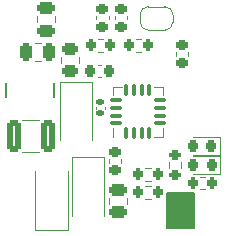
<source format=gto>
%TF.GenerationSoftware,KiCad,Pcbnew,(6.0.0)*%
%TF.CreationDate,2022-08-29T11:13:11+02:00*%
%TF.ProjectId,LiIon_Charger,4c69496f-6e5f-4436-9861-726765722e6b,rev?*%
%TF.SameCoordinates,Original*%
%TF.FileFunction,Legend,Top*%
%TF.FilePolarity,Positive*%
%FSLAX46Y46*%
G04 Gerber Fmt 4.6, Leading zero omitted, Abs format (unit mm)*
G04 Created by KiCad (PCBNEW (6.0.0)) date 2022-08-29 11:13:11*
%MOMM*%
%LPD*%
G01*
G04 APERTURE LIST*
G04 Aperture macros list*
%AMRoundRect*
0 Rectangle with rounded corners*
0 $1 Rounding radius*
0 $2 $3 $4 $5 $6 $7 $8 $9 X,Y pos of 4 corners*
0 Add a 4 corners polygon primitive as box body*
4,1,4,$2,$3,$4,$5,$6,$7,$8,$9,$2,$3,0*
0 Add four circle primitives for the rounded corners*
1,1,$1+$1,$2,$3*
1,1,$1+$1,$4,$5*
1,1,$1+$1,$6,$7*
1,1,$1+$1,$8,$9*
0 Add four rect primitives between the rounded corners*
20,1,$1+$1,$2,$3,$4,$5,0*
20,1,$1+$1,$4,$5,$6,$7,0*
20,1,$1+$1,$6,$7,$8,$9,0*
20,1,$1+$1,$8,$9,$2,$3,0*%
%AMFreePoly0*
4,1,5,2.500000,-1.250000,-2.500000,-1.250000,-2.500000,1.250000,2.500000,1.250000,2.500000,-1.250000,2.500000,-1.250000,$1*%
%AMFreePoly1*
4,1,22,0.500000,-0.750000,0.000000,-0.750000,0.000000,-0.745033,-0.079941,-0.743568,-0.215256,-0.701293,-0.333266,-0.622738,-0.424486,-0.514219,-0.481581,-0.384460,-0.499164,-0.250000,-0.500000,-0.250000,-0.500000,0.250000,-0.499164,0.250000,-0.499963,0.256109,-0.478152,0.396186,-0.417904,0.524511,-0.324060,0.630769,-0.204165,0.706417,-0.067858,0.745374,0.000000,0.744959,0.000000,0.750000,
0.500000,0.750000,0.500000,-0.750000,0.500000,-0.750000,$1*%
%AMFreePoly2*
4,1,20,0.000000,0.744959,0.073905,0.744508,0.209726,0.703889,0.328688,0.626782,0.421226,0.519385,0.479903,0.390333,0.500000,0.250000,0.500000,-0.250000,0.499851,-0.262216,0.476331,-0.402017,0.414519,-0.529596,0.319384,-0.634700,0.198574,-0.708877,0.061801,-0.746166,0.000000,-0.745033,0.000000,-0.750000,-0.500000,-0.750000,-0.500000,0.750000,0.000000,0.750000,0.000000,0.744959,
0.000000,0.744959,$1*%
G04 Aperture macros list end*
%ADD10C,0.200000*%
%ADD11C,0.120000*%
%ADD12C,0.150000*%
%ADD13FreePoly0,90.000000*%
%ADD14R,2.100000X1.400000*%
%ADD15FreePoly0,0.000000*%
%ADD16RoundRect,0.140000X0.170000X-0.140000X0.170000X0.140000X-0.170000X0.140000X-0.170000X-0.140000X0*%
%ADD17RoundRect,0.250000X0.250000X0.475000X-0.250000X0.475000X-0.250000X-0.475000X0.250000X-0.475000X0*%
%ADD18RoundRect,0.200000X-0.200000X-0.275000X0.200000X-0.275000X0.200000X0.275000X-0.200000X0.275000X0*%
%ADD19RoundRect,0.225000X-0.225000X-0.250000X0.225000X-0.250000X0.225000X0.250000X-0.225000X0.250000X0*%
%ADD20RoundRect,0.218750X0.218750X0.256250X-0.218750X0.256250X-0.218750X-0.256250X0.218750X-0.256250X0*%
%ADD21RoundRect,0.250000X-0.475000X0.250000X-0.475000X-0.250000X0.475000X-0.250000X0.475000X0.250000X0*%
%ADD22R,4.200000X1.400000*%
%ADD23RoundRect,0.250000X-0.450000X0.262500X-0.450000X-0.262500X0.450000X-0.262500X0.450000X0.262500X0*%
%ADD24RoundRect,0.225000X0.250000X-0.225000X0.250000X0.225000X-0.250000X0.225000X-0.250000X-0.225000X0*%
%ADD25RoundRect,0.200000X0.200000X0.275000X-0.200000X0.275000X-0.200000X-0.275000X0.200000X-0.275000X0*%
%ADD26RoundRect,0.225000X-0.250000X0.225000X-0.250000X-0.225000X0.250000X-0.225000X0.250000X0.225000X0*%
%ADD27FreePoly1,180.000000*%
%ADD28FreePoly2,180.000000*%
%ADD29RoundRect,0.075000X0.075000X-0.462500X0.075000X0.462500X-0.075000X0.462500X-0.075000X-0.462500X0*%
%ADD30RoundRect,0.075000X0.462500X-0.075000X0.462500X0.075000X-0.462500X0.075000X-0.462500X-0.075000X0*%
%ADD31R,2.150000X2.150000*%
%ADD32RoundRect,0.200000X0.275000X-0.200000X0.275000X0.200000X-0.275000X0.200000X-0.275000X-0.200000X0*%
%ADD33RoundRect,0.250000X0.475000X-0.250000X0.475000X0.250000X-0.475000X0.250000X-0.475000X-0.250000X0*%
%ADD34FreePoly0,180.000000*%
%ADD35RoundRect,0.250000X-0.312500X-1.075000X0.312500X-1.075000X0.312500X1.075000X-0.312500X1.075000X0*%
G04 APERTURE END LIST*
D10*
X138410000Y-87450000D02*
X140680000Y-87450000D01*
X140680000Y-87450000D02*
X140680000Y-90470000D01*
X140680000Y-90470000D02*
X138410000Y-90470000D01*
X138410000Y-90470000D02*
X138410000Y-87450000D01*
G36*
X138410000Y-87450000D02*
G01*
X140680000Y-87450000D01*
X140680000Y-90470000D01*
X138410000Y-90470000D01*
X138410000Y-87450000D01*
G37*
D11*
%TO.C,D4*%
X130364400Y-84423000D02*
X130364400Y-89403000D01*
X133084400Y-84423000D02*
X133084400Y-89403000D01*
X133084400Y-84423000D02*
X130364400Y-84423000D01*
%TO.C,C5*%
X132431200Y-80371836D02*
X132431200Y-80156164D01*
X133151200Y-80371836D02*
X133151200Y-80156164D01*
%TO.C,C9*%
X127743852Y-76274600D02*
X127221348Y-76274600D01*
X127743852Y-74804600D02*
X127221348Y-74804600D01*
%TO.C,R2*%
X136592542Y-86904300D02*
X137067058Y-86904300D01*
X136592542Y-87949300D02*
X137067058Y-87949300D01*
%TO.C,C4*%
X132574420Y-76655200D02*
X132855580Y-76655200D01*
X132574420Y-77675200D02*
X132855580Y-77675200D01*
%TO.C,D3*%
X142895000Y-84235000D02*
X142895000Y-82765000D01*
X142895000Y-82765000D02*
X140610000Y-82765000D01*
X140610000Y-84235000D02*
X142895000Y-84235000D01*
%TO.C,C1*%
X133554800Y-87902148D02*
X133554800Y-88424652D01*
X135024800Y-87902148D02*
X135024800Y-88424652D01*
D12*
%TO.C,L1*%
X128822200Y-79390800D02*
X128822200Y-78190800D01*
X124822200Y-79390800D02*
X124822200Y-78190800D01*
D11*
%TO.C,R7*%
X129490800Y-75998336D02*
X129490800Y-76452464D01*
X130960800Y-75998336D02*
X130960800Y-76452464D01*
%TO.C,C7*%
X133479000Y-72784580D02*
X133479000Y-72503420D01*
X132459000Y-72784580D02*
X132459000Y-72503420D01*
%TO.C,R1*%
X137067058Y-85380300D02*
X136592542Y-85380300D01*
X137067058Y-86425300D02*
X136592542Y-86425300D01*
%TO.C,D2*%
X142912200Y-84380400D02*
X140627200Y-84380400D01*
X142912200Y-85850400D02*
X142912200Y-84380400D01*
X140627200Y-85850400D02*
X142912200Y-85850400D01*
%TO.C,D5*%
X132119200Y-78047600D02*
X129399200Y-78047600D01*
X132119200Y-78047600D02*
X132119200Y-83027600D01*
X129399200Y-78047600D02*
X129399200Y-83027600D01*
%TO.C,R3*%
X141189942Y-86116900D02*
X141664458Y-86116900D01*
X141189942Y-87161900D02*
X141664458Y-87161900D01*
%TO.C,R5*%
X132553942Y-75503300D02*
X133028458Y-75503300D01*
X132553942Y-74458300D02*
X133028458Y-74458300D01*
%TO.C,D1*%
X127291000Y-90583000D02*
X130011000Y-90583000D01*
X130011000Y-90583000D02*
X130011000Y-85603000D01*
X127291000Y-90583000D02*
X127291000Y-85603000D01*
%TO.C,C3*%
X134550000Y-84619220D02*
X134550000Y-84900380D01*
X133530000Y-84619220D02*
X133530000Y-84900380D01*
%TO.C,C6*%
X135053800Y-72784580D02*
X135053800Y-72503420D01*
X134033800Y-72784580D02*
X134033800Y-72503420D01*
%TO.C,JP1*%
X138241000Y-73694800D02*
X136841000Y-73694800D01*
X136141000Y-72994800D02*
X136141000Y-72394800D01*
X136841000Y-71694800D02*
X138241000Y-71694800D01*
X138941000Y-72394800D02*
X138941000Y-72994800D01*
X138241000Y-73694800D02*
G75*
G03*
X138941000Y-72994800I1J699999D01*
G01*
X136141000Y-72994800D02*
G75*
G03*
X136841000Y-73694800I699999J-1D01*
G01*
X138941000Y-72394800D02*
G75*
G03*
X138241000Y-71694800I-699999J1D01*
G01*
X136841000Y-71694800D02*
G75*
G03*
X136141000Y-72394800I-1J-699999D01*
G01*
%TO.C,U1*%
X138076200Y-79209200D02*
X138076200Y-78484200D01*
X138076200Y-81979200D02*
X138076200Y-82704200D01*
X133856200Y-78484200D02*
X134581200Y-78484200D01*
X138076200Y-82704200D02*
X137351200Y-82704200D01*
X133856200Y-79209200D02*
X133856200Y-78484200D01*
X138076200Y-78484200D02*
X137351200Y-78484200D01*
X133856200Y-81979200D02*
X133856200Y-82704200D01*
%TO.C,R4*%
X139638300Y-85327258D02*
X139638300Y-84852742D01*
X138593300Y-85327258D02*
X138593300Y-84852742D01*
%TO.C,C8*%
X128928800Y-73032252D02*
X128928800Y-72509748D01*
X127458800Y-73032252D02*
X127458800Y-72509748D01*
%TO.C,C2*%
X139215400Y-75857980D02*
X139215400Y-75576820D01*
X140235400Y-75857980D02*
X140235400Y-75576820D01*
%TO.C,R6*%
X135779742Y-74458300D02*
X136254258Y-74458300D01*
X135779742Y-75503300D02*
X136254258Y-75503300D01*
%TO.C,F1*%
X126174663Y-84032000D02*
X127622137Y-84032000D01*
X126174663Y-81322000D02*
X127622137Y-81322000D01*
%TD*%
%LPC*%
D13*
%TO.C,j5*%
X140817600Y-70916800D03*
%TD*%
D14*
%TO.C,D4*%
X131724400Y-85303000D03*
X131724400Y-89703000D03*
%TD*%
D15*
%TO.C,H2*%
X143459200Y-75082400D03*
%TD*%
D16*
%TO.C,C5*%
X132791200Y-80744000D03*
X132791200Y-79784000D03*
%TD*%
D13*
%TO.C,j6*%
X130683000Y-70916800D03*
%TD*%
D17*
%TO.C,C9*%
X128432600Y-75539600D03*
X126532600Y-75539600D03*
%TD*%
D18*
%TO.C,R2*%
X136004800Y-87426800D03*
X137654800Y-87426800D03*
%TD*%
D19*
%TO.C,C4*%
X131940000Y-77165200D03*
X133490000Y-77165200D03*
%TD*%
D20*
%TO.C,D3*%
X142197500Y-83500000D03*
X140622500Y-83500000D03*
%TD*%
D15*
%TO.C,H4*%
X124460000Y-73050400D03*
%TD*%
D21*
%TO.C,C1*%
X134289800Y-87213400D03*
X134289800Y-89113400D03*
%TD*%
D22*
%TO.C,L1*%
X126822200Y-80190800D03*
X126822200Y-77390800D03*
%TD*%
D23*
%TO.C,R7*%
X130225800Y-75312900D03*
X130225800Y-77137900D03*
%TD*%
D24*
%TO.C,C7*%
X132969000Y-73419000D03*
X132969000Y-71869000D03*
%TD*%
D15*
%TO.C,j4*%
X143459200Y-78003400D03*
%TD*%
D25*
%TO.C,R1*%
X137654800Y-85902800D03*
X136004800Y-85902800D03*
%TD*%
D20*
%TO.C,D2*%
X142214700Y-85115400D03*
X140639700Y-85115400D03*
%TD*%
D14*
%TO.C,D5*%
X130759200Y-78927600D03*
X130759200Y-83327600D03*
%TD*%
D18*
%TO.C,R3*%
X140602200Y-86639400D03*
X142252200Y-86639400D03*
%TD*%
D15*
%TO.C,H3*%
X143459200Y-88849200D03*
%TD*%
D18*
%TO.C,R5*%
X131966200Y-74980800D03*
X133616200Y-74980800D03*
%TD*%
D14*
%TO.C,D1*%
X128651000Y-89703000D03*
X128651000Y-85303000D03*
%TD*%
D26*
%TO.C,C3*%
X134040000Y-83984800D03*
X134040000Y-85534800D03*
%TD*%
D24*
%TO.C,C6*%
X134543800Y-73419000D03*
X134543800Y-71869000D03*
%TD*%
D27*
%TO.C,JP1*%
X138191000Y-72694800D03*
D28*
X136891000Y-72694800D03*
%TD*%
D29*
%TO.C,U1*%
X134991200Y-82431700D03*
X135641200Y-82431700D03*
X136291200Y-82431700D03*
X136941200Y-82431700D03*
D30*
X137803700Y-81569200D03*
X137803700Y-80919200D03*
X137803700Y-80269200D03*
X137803700Y-79619200D03*
D29*
X136941200Y-78756700D03*
X136291200Y-78756700D03*
X135641200Y-78756700D03*
X134991200Y-78756700D03*
D30*
X134128700Y-79619200D03*
X134128700Y-80269200D03*
X134128700Y-80919200D03*
X134128700Y-81569200D03*
D31*
X135966200Y-80594200D03*
%TD*%
D15*
%TO.C,H1*%
X124460000Y-88798400D03*
%TD*%
D32*
%TO.C,R4*%
X139115800Y-85915000D03*
X139115800Y-84265000D03*
%TD*%
D33*
%TO.C,C8*%
X128193800Y-73721000D03*
X128193800Y-71821000D03*
%TD*%
D15*
%TO.C,j1*%
X124460000Y-85775800D03*
%TD*%
D24*
%TO.C,C2*%
X139725400Y-76492400D03*
X139725400Y-74942400D03*
%TD*%
D13*
%TO.C,j2*%
X136779000Y-90906600D03*
%TD*%
D18*
%TO.C,R6*%
X135192000Y-74980800D03*
X136842000Y-74980800D03*
%TD*%
D34*
%TO.C,j3*%
X143459200Y-80949800D03*
%TD*%
D35*
%TO.C,F1*%
X125435900Y-82677000D03*
X128360900Y-82677000D03*
%TD*%
M02*

</source>
